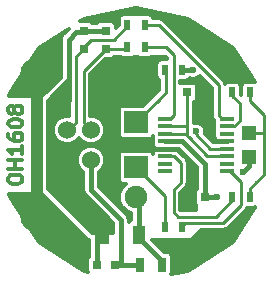
<source format=gbr>
G04 #@! TF.FileFunction,Copper,L1,Top,Signal*
%FSLAX46Y46*%
G04 Gerber Fmt 4.6, Leading zero omitted, Abs format (unit mm)*
G04 Created by KiCad (PCBNEW (2015-09-22 BZR 6208)-product) date 29.8.2016 15:05:32*
%MOMM*%
G01*
G04 APERTURE LIST*
%ADD10C,0.100000*%
%ADD11C,0.300000*%
%ADD12R,1.000000X1.600000*%
%ADD13R,1.198880X1.198880*%
%ADD14R,1.200000X0.400000*%
%ADD15R,0.700000X1.300000*%
%ADD16C,1.524000*%
%ADD17C,2.700020*%
%ADD18R,2.000000X1.900000*%
%ADD19C,1.900000*%
%ADD20R,0.800000X0.750000*%
%ADD21R,0.750000X0.800000*%
%ADD22R,0.500000X0.900000*%
%ADD23C,0.600000*%
%ADD24C,0.400000*%
%ADD25C,0.250000*%
G04 APERTURE END LIST*
D10*
D11*
X122532857Y-108438571D02*
X122532857Y-108210000D01*
X122590000Y-108095714D01*
X122704286Y-107981428D01*
X122932857Y-107924286D01*
X123332857Y-107924286D01*
X123561429Y-107981428D01*
X123675714Y-108095714D01*
X123732857Y-108210000D01*
X123732857Y-108438571D01*
X123675714Y-108552857D01*
X123561429Y-108667143D01*
X123332857Y-108724286D01*
X122932857Y-108724286D01*
X122704286Y-108667143D01*
X122590000Y-108552857D01*
X122532857Y-108438571D01*
X123732857Y-107410000D02*
X122532857Y-107410000D01*
X123104286Y-107410000D02*
X123104286Y-106724285D01*
X123732857Y-106724285D02*
X122532857Y-106724285D01*
X123732857Y-105524285D02*
X123732857Y-106210000D01*
X123732857Y-105867142D02*
X122532857Y-105867142D01*
X122704286Y-105981428D01*
X122818571Y-106095714D01*
X122875714Y-106210000D01*
X122532857Y-104495714D02*
X122532857Y-104724285D01*
X122590000Y-104838571D01*
X122647143Y-104895714D01*
X122818571Y-105010000D01*
X123047143Y-105067143D01*
X123504286Y-105067143D01*
X123618571Y-105010000D01*
X123675714Y-104952857D01*
X123732857Y-104838571D01*
X123732857Y-104610000D01*
X123675714Y-104495714D01*
X123618571Y-104438571D01*
X123504286Y-104381428D01*
X123218571Y-104381428D01*
X123104286Y-104438571D01*
X123047143Y-104495714D01*
X122990000Y-104610000D01*
X122990000Y-104838571D01*
X123047143Y-104952857D01*
X123104286Y-105010000D01*
X123218571Y-105067143D01*
X122532857Y-103638571D02*
X122532857Y-103524286D01*
X122590000Y-103410000D01*
X122647143Y-103352857D01*
X122761429Y-103295714D01*
X122990000Y-103238571D01*
X123275714Y-103238571D01*
X123504286Y-103295714D01*
X123618571Y-103352857D01*
X123675714Y-103410000D01*
X123732857Y-103524286D01*
X123732857Y-103638571D01*
X123675714Y-103752857D01*
X123618571Y-103810000D01*
X123504286Y-103867143D01*
X123275714Y-103924286D01*
X122990000Y-103924286D01*
X122761429Y-103867143D01*
X122647143Y-103810000D01*
X122590000Y-103752857D01*
X122532857Y-103638571D01*
X123047143Y-102552857D02*
X122990000Y-102667143D01*
X122932857Y-102724286D01*
X122818571Y-102781429D01*
X122761429Y-102781429D01*
X122647143Y-102724286D01*
X122590000Y-102667143D01*
X122532857Y-102552857D01*
X122532857Y-102324286D01*
X122590000Y-102210000D01*
X122647143Y-102152857D01*
X122761429Y-102095714D01*
X122818571Y-102095714D01*
X122932857Y-102152857D01*
X122990000Y-102210000D01*
X123047143Y-102324286D01*
X123047143Y-102552857D01*
X123104286Y-102667143D01*
X123161429Y-102724286D01*
X123275714Y-102781429D01*
X123504286Y-102781429D01*
X123618571Y-102724286D01*
X123675714Y-102667143D01*
X123732857Y-102552857D01*
X123732857Y-102324286D01*
X123675714Y-102210000D01*
X123618571Y-102152857D01*
X123504286Y-102095714D01*
X123275714Y-102095714D01*
X123161429Y-102152857D01*
X123104286Y-102210000D01*
X123047143Y-102324286D01*
D12*
X133580000Y-113030000D03*
X130580000Y-113030000D03*
D13*
X142875000Y-106459020D03*
X142875000Y-104360980D03*
D14*
X141030000Y-107632500D03*
X141030000Y-106997500D03*
X141030000Y-106362500D03*
X141030000Y-105727500D03*
X141030000Y-105092500D03*
X141030000Y-104457500D03*
X141030000Y-103822500D03*
X141030000Y-103187500D03*
X135830000Y-103187500D03*
X135830000Y-103822500D03*
X135830000Y-104457500D03*
X135830000Y-105092500D03*
X135830000Y-105727500D03*
X135830000Y-106362500D03*
X135830000Y-106997500D03*
X135830000Y-107632500D03*
D15*
X135570000Y-115570000D03*
X133670000Y-115570000D03*
D16*
X129540000Y-104140000D03*
X129540000Y-106680000D03*
X127541020Y-106680000D03*
X127541020Y-104140000D03*
D17*
X124841000Y-99410520D03*
X124841000Y-111409480D03*
D18*
X133350000Y-103505000D03*
D19*
X133350000Y-100965000D03*
D20*
X131560000Y-115570000D03*
X130060000Y-115570000D03*
X139180000Y-109855000D03*
X137680000Y-109855000D03*
D21*
X130810000Y-97270000D03*
X130810000Y-95770000D03*
X128905000Y-97270000D03*
X128905000Y-95770000D03*
D20*
X137680000Y-100965000D03*
X139180000Y-100965000D03*
D18*
X133350000Y-107315000D03*
D19*
X133350000Y-109855000D03*
D22*
X134100000Y-97155000D03*
X132600000Y-97155000D03*
X134100000Y-95250000D03*
X132600000Y-95250000D03*
X142990000Y-109855000D03*
X141490000Y-109855000D03*
X135775000Y-99060000D03*
X137275000Y-99060000D03*
X135775000Y-112395000D03*
X137275000Y-112395000D03*
X142990000Y-100965000D03*
X141490000Y-100965000D03*
D23*
X138303000Y-108458000D03*
X137287000Y-110744000D03*
X139065000Y-102870000D03*
X127381000Y-100838000D03*
X138176000Y-99060000D03*
X140208000Y-109855000D03*
X142367000Y-107696000D03*
X138430000Y-104267000D03*
X137541000Y-115316000D03*
X141224000Y-113284000D03*
X142113000Y-99568000D03*
X137033000Y-95377000D03*
D24*
X133670000Y-115570000D02*
X132080000Y-115570000D01*
X129540000Y-109220000D02*
X129540000Y-106680000D01*
X132080000Y-115570000D02*
X132080000Y-111760000D01*
X131560000Y-115570000D02*
X133670000Y-115570000D01*
X132080000Y-111760000D02*
X129540000Y-109220000D01*
X137680000Y-109855000D02*
X137680000Y-108954000D01*
X137680000Y-108954000D02*
X138176000Y-108458000D01*
X138176000Y-108458000D02*
X138303000Y-108458000D01*
X130060000Y-115570000D02*
X130060000Y-112280000D01*
X130060000Y-112280000D02*
X130580000Y-112800000D01*
X130580000Y-112800000D02*
X130580000Y-113030000D01*
X137680000Y-109855000D02*
X137680000Y-110351000D01*
X137680000Y-110351000D02*
X137287000Y-110744000D01*
X135830000Y-105727500D02*
X136842500Y-105727500D01*
X137680000Y-108954000D02*
X137680000Y-109855000D01*
X137922000Y-108712000D02*
X137680000Y-108954000D01*
X137922000Y-106807000D02*
X137922000Y-108712000D01*
X136842500Y-105727500D02*
X137922000Y-106807000D01*
X130060000Y-115570000D02*
X130060000Y-113550000D01*
X135830000Y-105727500D02*
X131127500Y-105727500D01*
X131127500Y-105727500D02*
X130810000Y-105410000D01*
X130810000Y-105410000D02*
X128811020Y-105410000D01*
X130810000Y-95770000D02*
X128905000Y-95770000D01*
X128905000Y-95770000D02*
X128790000Y-95885000D01*
X128790000Y-95885000D02*
X128270000Y-95885000D01*
X128270000Y-95885000D02*
X127635000Y-96520000D01*
X127635000Y-96520000D02*
X127635000Y-101600000D01*
X140017500Y-105092500D02*
X141030000Y-105092500D01*
X139700000Y-104775000D02*
X140017500Y-105092500D01*
X139700000Y-103505000D02*
X139700000Y-104775000D01*
X139065000Y-102870000D02*
X139700000Y-103505000D01*
X127635000Y-101600000D02*
X127635000Y-101092000D01*
X127635000Y-101092000D02*
X127381000Y-100838000D01*
X128811020Y-105410000D02*
X127541020Y-106680000D01*
X135570000Y-115570000D02*
X135570000Y-115250000D01*
X135570000Y-115250000D02*
X133580000Y-113260000D01*
X133580000Y-113260000D02*
X133580000Y-113030000D01*
X133580000Y-113030000D02*
X133580000Y-110085000D01*
X133580000Y-110085000D02*
X133350000Y-109855000D01*
X133665000Y-113115000D02*
X133580000Y-113030000D01*
X138176000Y-99060000D02*
X137275000Y-99060000D01*
X142875000Y-106459020D02*
X142875000Y-107188000D01*
X140208000Y-109855000D02*
X139180000Y-109855000D01*
X142875000Y-107188000D02*
X142367000Y-107696000D01*
X135830000Y-105092500D02*
X137223500Y-105092500D01*
X139180000Y-107049000D02*
X139180000Y-109855000D01*
X137223500Y-105092500D02*
X139180000Y-107049000D01*
D25*
X130810000Y-97270000D02*
X132485000Y-97270000D01*
X132485000Y-97270000D02*
X132600000Y-97155000D01*
X129540000Y-104140000D02*
X128905000Y-103505000D01*
X128905000Y-99175000D02*
X130810000Y-97270000D01*
X128905000Y-103505000D02*
X128905000Y-99175000D01*
X128905000Y-97270000D02*
X128905000Y-97155000D01*
X128905000Y-97155000D02*
X129540000Y-96520000D01*
X131445000Y-96520000D02*
X132600000Y-95365000D01*
X129540000Y-96520000D02*
X131445000Y-96520000D01*
X132600000Y-95365000D02*
X132600000Y-95250000D01*
X127541020Y-104140000D02*
X127635000Y-104140000D01*
X127635000Y-104140000D02*
X128270000Y-103505000D01*
X128270000Y-103505000D02*
X128270000Y-97905000D01*
X128270000Y-97905000D02*
X128905000Y-97270000D01*
X135830000Y-104457500D02*
X137680000Y-104457500D01*
X137680000Y-104457500D02*
X137680000Y-100965000D01*
X135830000Y-103822500D02*
X137680000Y-103822500D01*
X137680000Y-103822500D02*
X137680000Y-100965000D01*
X135830000Y-104457500D02*
X137477500Y-104457500D01*
X137477500Y-104457500D02*
X137795000Y-104775000D01*
X137680000Y-100965000D02*
X137680000Y-104660000D01*
X137680000Y-104660000D02*
X137795000Y-104775000D01*
X139382500Y-106362500D02*
X141030000Y-106362500D01*
X137795000Y-104775000D02*
X139382500Y-106362500D01*
X142875000Y-104360980D02*
X144145000Y-104360980D01*
X144145000Y-104360980D02*
X144145000Y-104140000D01*
X142990000Y-109855000D02*
X142990000Y-109105000D01*
X142990000Y-101715000D02*
X144145000Y-102870000D01*
X144145000Y-102870000D02*
X144145000Y-104140000D01*
X144145000Y-104140000D02*
X144145000Y-106680000D01*
X144145000Y-106680000D02*
X144145000Y-107950000D01*
X144145000Y-107950000D02*
X143510000Y-108585000D01*
X142990000Y-101715000D02*
X142990000Y-100965000D01*
X142990000Y-109105000D02*
X143510000Y-108585000D01*
X135775000Y-112395000D02*
X135775000Y-109740000D01*
X135255000Y-109220000D02*
X133350000Y-107315000D01*
X135775000Y-109740000D02*
X135255000Y-109220000D01*
X137275000Y-112395000D02*
X137275000Y-112280000D01*
X137275000Y-112280000D02*
X137541000Y-112014000D01*
X142240000Y-108585000D02*
X142240000Y-110490000D01*
X141287500Y-107632500D02*
X142240000Y-108585000D01*
X140716000Y-112014000D02*
X142240000Y-110490000D01*
X137541000Y-112014000D02*
X140716000Y-112014000D01*
X141030000Y-107632500D02*
X141287500Y-107632500D01*
X141030000Y-105727500D02*
X139636500Y-105727500D01*
X138430000Y-104521000D02*
X138430000Y-104267000D01*
X139636500Y-105727500D02*
X138430000Y-104521000D01*
X133350000Y-103505000D02*
X135255000Y-101600000D01*
X135890000Y-100965000D02*
X135890000Y-99175000D01*
X135255000Y-101600000D02*
X135890000Y-100965000D01*
X135890000Y-99175000D02*
X135775000Y-99060000D01*
X141030000Y-103822500D02*
X141668500Y-103822500D01*
X142113000Y-101854000D02*
X141490000Y-101231000D01*
X142113000Y-103378000D02*
X142113000Y-101854000D01*
X141668500Y-103822500D02*
X142113000Y-103378000D01*
X141490000Y-101231000D02*
X141490000Y-100965000D01*
X141030000Y-103187500D02*
X140652500Y-103187500D01*
X140652500Y-103187500D02*
X140335000Y-102870000D01*
X135255000Y-95250000D02*
X134100000Y-95250000D01*
X140335000Y-100330000D02*
X135255000Y-95250000D01*
X140335000Y-102870000D02*
X140335000Y-100330000D01*
X135830000Y-103187500D02*
X136207500Y-103187500D01*
X136207500Y-103187500D02*
X136525000Y-102870000D01*
X136525000Y-102870000D02*
X136525000Y-102235000D01*
X134100000Y-97155000D02*
X135890000Y-97155000D01*
X136525000Y-97790000D02*
X136525000Y-102235000D01*
X135890000Y-97155000D02*
X136525000Y-97790000D01*
X141490000Y-109855000D02*
X141490000Y-110097000D01*
X141490000Y-110097000D02*
X140081000Y-111506000D01*
X137160000Y-106934000D02*
X136588500Y-106362500D01*
X136588500Y-106362500D02*
X135830000Y-106362500D01*
X136525000Y-109220000D02*
X136525000Y-110490000D01*
X137160000Y-108585000D02*
X136525000Y-109220000D01*
X137160000Y-108585000D02*
X137160000Y-106934000D01*
X136525000Y-111125000D02*
X136525000Y-110490000D01*
X136906000Y-111506000D02*
X136525000Y-111125000D01*
X140081000Y-111506000D02*
X136906000Y-111506000D01*
X141490000Y-109970000D02*
X141490000Y-109855000D01*
D24*
X137541000Y-115316000D02*
X139573000Y-113284000D01*
X139573000Y-113284000D02*
X141224000Y-113284000D01*
X142113000Y-99568000D02*
X137922000Y-95377000D01*
X137922000Y-95377000D02*
X137033000Y-95377000D01*
D11*
G36*
X132171495Y-98027668D02*
X132350000Y-98063816D01*
X132850000Y-98063816D01*
X133016760Y-98032438D01*
X133160413Y-97940000D01*
X133543189Y-97940000D01*
X133671495Y-98027668D01*
X133850000Y-98063816D01*
X134350000Y-98063816D01*
X134516760Y-98032438D01*
X134660413Y-97940000D01*
X135861827Y-97940000D01*
X135950000Y-98028173D01*
X135950000Y-98151184D01*
X135525000Y-98151184D01*
X135358240Y-98182562D01*
X135205081Y-98281117D01*
X135102332Y-98431495D01*
X135066184Y-98610000D01*
X135066184Y-99510000D01*
X135097562Y-99676760D01*
X135196117Y-99829919D01*
X135315000Y-99911148D01*
X135315000Y-100726827D01*
X134848417Y-101193411D01*
X134848414Y-101193413D01*
X133945643Y-102096184D01*
X132350000Y-102096184D01*
X132183240Y-102127562D01*
X132030081Y-102226117D01*
X131927332Y-102376495D01*
X131891184Y-102555000D01*
X131891184Y-104455000D01*
X131922562Y-104621760D01*
X132021117Y-104774919D01*
X132171495Y-104877668D01*
X132350000Y-104913816D01*
X134350000Y-104913816D01*
X134516760Y-104882438D01*
X134669919Y-104783883D01*
X134771184Y-104635677D01*
X134771184Y-104657500D01*
X134794105Y-104779313D01*
X134771184Y-104892500D01*
X134771184Y-105292500D01*
X134802562Y-105459260D01*
X134901117Y-105612419D01*
X135051495Y-105715168D01*
X135108075Y-105726626D01*
X135063240Y-105735062D01*
X134910081Y-105833617D01*
X134807332Y-105983995D01*
X134771184Y-106162500D01*
X134771184Y-106188521D01*
X134678883Y-106045081D01*
X134528505Y-105942332D01*
X134350000Y-105906184D01*
X132350000Y-105906184D01*
X132183240Y-105937562D01*
X132030081Y-106036117D01*
X131927332Y-106186495D01*
X131891184Y-106365000D01*
X131891184Y-108265000D01*
X131922562Y-108431760D01*
X132021117Y-108584919D01*
X132171495Y-108687668D01*
X132350000Y-108723816D01*
X132501531Y-108723816D01*
X132163830Y-109060928D01*
X131950243Y-109575301D01*
X131949757Y-110132256D01*
X132162445Y-110647000D01*
X132555928Y-111041170D01*
X132930000Y-111196499D01*
X132930000Y-111799408D01*
X132913240Y-111802562D01*
X132760081Y-111901117D01*
X132730000Y-111945142D01*
X132730000Y-111760000D01*
X132680522Y-111511256D01*
X132632242Y-111439000D01*
X132539619Y-111300380D01*
X130190000Y-108950762D01*
X130190000Y-107722811D01*
X130225646Y-107708082D01*
X130566884Y-107367439D01*
X130751789Y-106922139D01*
X130752209Y-106439976D01*
X130568082Y-105994354D01*
X130227439Y-105653116D01*
X129782139Y-105468211D01*
X129299976Y-105467791D01*
X128854354Y-105651918D01*
X128513116Y-105992561D01*
X128328211Y-106437861D01*
X128327791Y-106920024D01*
X128511918Y-107365646D01*
X128852561Y-107706884D01*
X128890000Y-107722430D01*
X128890000Y-109220000D01*
X128924885Y-109395381D01*
X128939478Y-109468745D01*
X129080381Y-109679619D01*
X131430000Y-112029239D01*
X131430000Y-112880000D01*
X129602132Y-112880000D01*
X125880000Y-109157868D01*
X125880000Y-101662132D01*
X127695000Y-99847132D01*
X127695000Y-102928134D01*
X127300996Y-102927791D01*
X126855374Y-103111918D01*
X126514136Y-103452561D01*
X126329231Y-103897861D01*
X126328811Y-104380024D01*
X126512938Y-104825646D01*
X126853581Y-105166884D01*
X127298881Y-105351789D01*
X127781044Y-105352209D01*
X128226666Y-105168082D01*
X128540759Y-104854537D01*
X128852561Y-105166884D01*
X129297861Y-105351789D01*
X129780024Y-105352209D01*
X130225646Y-105168082D01*
X130566884Y-104827439D01*
X130751789Y-104382139D01*
X130752209Y-103899976D01*
X130568082Y-103454354D01*
X130227439Y-103113116D01*
X129782139Y-102928211D01*
X129480000Y-102927948D01*
X129480000Y-99413172D01*
X130764357Y-98128816D01*
X131185000Y-98128816D01*
X131351760Y-98097438D01*
X131504919Y-97998883D01*
X131545152Y-97940000D01*
X132043189Y-97940000D01*
X132171495Y-98027668D01*
X132171495Y-98027668D01*
G37*
X132171495Y-98027668D02*
X132350000Y-98063816D01*
X132850000Y-98063816D01*
X133016760Y-98032438D01*
X133160413Y-97940000D01*
X133543189Y-97940000D01*
X133671495Y-98027668D01*
X133850000Y-98063816D01*
X134350000Y-98063816D01*
X134516760Y-98032438D01*
X134660413Y-97940000D01*
X135861827Y-97940000D01*
X135950000Y-98028173D01*
X135950000Y-98151184D01*
X135525000Y-98151184D01*
X135358240Y-98182562D01*
X135205081Y-98281117D01*
X135102332Y-98431495D01*
X135066184Y-98610000D01*
X135066184Y-99510000D01*
X135097562Y-99676760D01*
X135196117Y-99829919D01*
X135315000Y-99911148D01*
X135315000Y-100726827D01*
X134848417Y-101193411D01*
X134848414Y-101193413D01*
X133945643Y-102096184D01*
X132350000Y-102096184D01*
X132183240Y-102127562D01*
X132030081Y-102226117D01*
X131927332Y-102376495D01*
X131891184Y-102555000D01*
X131891184Y-104455000D01*
X131922562Y-104621760D01*
X132021117Y-104774919D01*
X132171495Y-104877668D01*
X132350000Y-104913816D01*
X134350000Y-104913816D01*
X134516760Y-104882438D01*
X134669919Y-104783883D01*
X134771184Y-104635677D01*
X134771184Y-104657500D01*
X134794105Y-104779313D01*
X134771184Y-104892500D01*
X134771184Y-105292500D01*
X134802562Y-105459260D01*
X134901117Y-105612419D01*
X135051495Y-105715168D01*
X135108075Y-105726626D01*
X135063240Y-105735062D01*
X134910081Y-105833617D01*
X134807332Y-105983995D01*
X134771184Y-106162500D01*
X134771184Y-106188521D01*
X134678883Y-106045081D01*
X134528505Y-105942332D01*
X134350000Y-105906184D01*
X132350000Y-105906184D01*
X132183240Y-105937562D01*
X132030081Y-106036117D01*
X131927332Y-106186495D01*
X131891184Y-106365000D01*
X131891184Y-108265000D01*
X131922562Y-108431760D01*
X132021117Y-108584919D01*
X132171495Y-108687668D01*
X132350000Y-108723816D01*
X132501531Y-108723816D01*
X132163830Y-109060928D01*
X131950243Y-109575301D01*
X131949757Y-110132256D01*
X132162445Y-110647000D01*
X132555928Y-111041170D01*
X132930000Y-111196499D01*
X132930000Y-111799408D01*
X132913240Y-111802562D01*
X132760081Y-111901117D01*
X132730000Y-111945142D01*
X132730000Y-111760000D01*
X132680522Y-111511256D01*
X132632242Y-111439000D01*
X132539619Y-111300380D01*
X130190000Y-108950762D01*
X130190000Y-107722811D01*
X130225646Y-107708082D01*
X130566884Y-107367439D01*
X130751789Y-106922139D01*
X130752209Y-106439976D01*
X130568082Y-105994354D01*
X130227439Y-105653116D01*
X129782139Y-105468211D01*
X129299976Y-105467791D01*
X128854354Y-105651918D01*
X128513116Y-105992561D01*
X128328211Y-106437861D01*
X128327791Y-106920024D01*
X128511918Y-107365646D01*
X128852561Y-107706884D01*
X128890000Y-107722430D01*
X128890000Y-109220000D01*
X128924885Y-109395381D01*
X128939478Y-109468745D01*
X129080381Y-109679619D01*
X131430000Y-112029239D01*
X131430000Y-112880000D01*
X129602132Y-112880000D01*
X125880000Y-109157868D01*
X125880000Y-101662132D01*
X127695000Y-99847132D01*
X127695000Y-102928134D01*
X127300996Y-102927791D01*
X126855374Y-103111918D01*
X126514136Y-103452561D01*
X126329231Y-103897861D01*
X126328811Y-104380024D01*
X126512938Y-104825646D01*
X126853581Y-105166884D01*
X127298881Y-105351789D01*
X127781044Y-105352209D01*
X128226666Y-105168082D01*
X128540759Y-104854537D01*
X128852561Y-105166884D01*
X129297861Y-105351789D01*
X129780024Y-105352209D01*
X130225646Y-105168082D01*
X130566884Y-104827439D01*
X130751789Y-104382139D01*
X130752209Y-103899976D01*
X130568082Y-103454354D01*
X130227439Y-103113116D01*
X129782139Y-102928211D01*
X129480000Y-102927948D01*
X129480000Y-99413172D01*
X130764357Y-98128816D01*
X131185000Y-98128816D01*
X131351760Y-98097438D01*
X131504919Y-97998883D01*
X131545152Y-97940000D01*
X132043189Y-97940000D01*
X132171495Y-98027668D01*
G36*
X138530000Y-107318239D02*
X138530000Y-109106125D01*
X138460081Y-109151117D01*
X138357332Y-109301495D01*
X138321184Y-109480000D01*
X138321184Y-110230000D01*
X138352562Y-110396760D01*
X138407000Y-110481359D01*
X138407000Y-110931000D01*
X137144173Y-110931000D01*
X137100000Y-110886828D01*
X137100000Y-109458172D01*
X137566587Y-108991586D01*
X137691231Y-108805043D01*
X137735000Y-108585000D01*
X137735000Y-106934000D01*
X137691231Y-106713957D01*
X137566586Y-106527414D01*
X136995086Y-105955914D01*
X136808543Y-105831269D01*
X136715135Y-105812689D01*
X136612410Y-105742500D01*
X136954262Y-105742500D01*
X138530000Y-107318239D01*
X138530000Y-107318239D01*
G37*
X138530000Y-107318239D02*
X138530000Y-109106125D01*
X138460081Y-109151117D01*
X138357332Y-109301495D01*
X138321184Y-109480000D01*
X138321184Y-110230000D01*
X138352562Y-110396760D01*
X138407000Y-110481359D01*
X138407000Y-110931000D01*
X137144173Y-110931000D01*
X137100000Y-110886828D01*
X137100000Y-109458172D01*
X137566587Y-108991586D01*
X137691231Y-108805043D01*
X137735000Y-108585000D01*
X137735000Y-106934000D01*
X137691231Y-106713957D01*
X137566586Y-106527414D01*
X136995086Y-105955914D01*
X136808543Y-105831269D01*
X136715135Y-105812689D01*
X136612410Y-105742500D01*
X136954262Y-105742500D01*
X138530000Y-107318239D01*
G36*
X139760000Y-100568172D02*
X139760000Y-102870000D01*
X139803769Y-103090043D01*
X139928414Y-103276586D01*
X139971184Y-103319356D01*
X139971184Y-103387500D01*
X139994105Y-103509313D01*
X139971184Y-103622500D01*
X139971184Y-104022500D01*
X139994105Y-104144313D01*
X139971184Y-104257500D01*
X139971184Y-104657500D01*
X140002562Y-104824260D01*
X140101117Y-104977419D01*
X140251495Y-105080168D01*
X140308075Y-105091626D01*
X140263240Y-105100062D01*
X140181749Y-105152500D01*
X139874673Y-105152500D01*
X139167881Y-104445709D01*
X139179869Y-104416839D01*
X139180130Y-104118470D01*
X139066189Y-103842714D01*
X138855395Y-103631552D01*
X138579839Y-103517131D01*
X138281470Y-103516870D01*
X138255000Y-103527807D01*
X138255000Y-101762136D01*
X138399919Y-101668883D01*
X138502668Y-101518505D01*
X138538816Y-101340000D01*
X138538816Y-100590000D01*
X138507438Y-100423240D01*
X138408883Y-100270081D01*
X138258505Y-100167332D01*
X138080000Y-100131184D01*
X137280000Y-100131184D01*
X137113240Y-100162562D01*
X137100000Y-100171082D01*
X137100000Y-99968816D01*
X137525000Y-99968816D01*
X137691760Y-99937438D01*
X137844919Y-99838883D01*
X137900419Y-99757656D01*
X138026161Y-99809869D01*
X138324530Y-99810130D01*
X138600286Y-99696189D01*
X138744277Y-99552449D01*
X139760000Y-100568172D01*
X139760000Y-100568172D01*
G37*
X139760000Y-100568172D02*
X139760000Y-102870000D01*
X139803769Y-103090043D01*
X139928414Y-103276586D01*
X139971184Y-103319356D01*
X139971184Y-103387500D01*
X139994105Y-103509313D01*
X139971184Y-103622500D01*
X139971184Y-104022500D01*
X139994105Y-104144313D01*
X139971184Y-104257500D01*
X139971184Y-104657500D01*
X140002562Y-104824260D01*
X140101117Y-104977419D01*
X140251495Y-105080168D01*
X140308075Y-105091626D01*
X140263240Y-105100062D01*
X140181749Y-105152500D01*
X139874673Y-105152500D01*
X139167881Y-104445709D01*
X139179869Y-104416839D01*
X139180130Y-104118470D01*
X139066189Y-103842714D01*
X138855395Y-103631552D01*
X138579839Y-103517131D01*
X138281470Y-103516870D01*
X138255000Y-103527807D01*
X138255000Y-101762136D01*
X138399919Y-101668883D01*
X138502668Y-101518505D01*
X138538816Y-101340000D01*
X138538816Y-100590000D01*
X138507438Y-100423240D01*
X138408883Y-100270081D01*
X138258505Y-100167332D01*
X138080000Y-100131184D01*
X137280000Y-100131184D01*
X137113240Y-100162562D01*
X137100000Y-100171082D01*
X137100000Y-99968816D01*
X137525000Y-99968816D01*
X137691760Y-99937438D01*
X137844919Y-99838883D01*
X137900419Y-99757656D01*
X138026161Y-99809869D01*
X138324530Y-99810130D01*
X138600286Y-99696189D01*
X138744277Y-99552449D01*
X139760000Y-100568172D01*
G36*
X141527690Y-113587690D02*
X137775734Y-116094667D01*
X136346631Y-116378933D01*
X136378816Y-116220000D01*
X136378816Y-114920000D01*
X136347438Y-114753240D01*
X136248883Y-114600081D01*
X136098505Y-114497332D01*
X135920000Y-114461184D01*
X135700422Y-114461184D01*
X134719238Y-113480000D01*
X137795000Y-113480000D01*
X137964332Y-113446925D01*
X138113198Y-113348198D01*
X138872396Y-112589000D01*
X140716000Y-112589000D01*
X140936043Y-112545231D01*
X141122586Y-112420586D01*
X142646586Y-110896587D01*
X142735861Y-110762978D01*
X142740000Y-110763816D01*
X143240000Y-110763816D01*
X143406760Y-110732438D01*
X143457192Y-110699986D01*
X141527690Y-113587690D01*
X141527690Y-113587690D01*
G37*
X141527690Y-113587690D02*
X137775734Y-116094667D01*
X136346631Y-116378933D01*
X136378816Y-116220000D01*
X136378816Y-114920000D01*
X136347438Y-114753240D01*
X136248883Y-114600081D01*
X136098505Y-114497332D01*
X135920000Y-114461184D01*
X135700422Y-114461184D01*
X134719238Y-113480000D01*
X137795000Y-113480000D01*
X137964332Y-113446925D01*
X138113198Y-113348198D01*
X138872396Y-112589000D01*
X140716000Y-112589000D01*
X140936043Y-112545231D01*
X141122586Y-112420586D01*
X142646586Y-110896587D01*
X142735861Y-110762978D01*
X142740000Y-110763816D01*
X143240000Y-110763816D01*
X143406760Y-110732438D01*
X143457192Y-110699986D01*
X141527690Y-113587690D01*
G36*
X127175381Y-96060381D02*
X127034478Y-96271255D01*
X127032275Y-96282332D01*
X126985000Y-96520000D01*
X126985000Y-99708604D01*
X125411802Y-101281802D01*
X125315454Y-101424925D01*
X125280000Y-101600000D01*
X125280000Y-109220000D01*
X125313075Y-109389332D01*
X125411802Y-109538198D01*
X129221802Y-113348198D01*
X129364925Y-113444546D01*
X129410000Y-113453674D01*
X129410000Y-114821125D01*
X129340081Y-114866117D01*
X129237332Y-115016495D01*
X129201184Y-115195000D01*
X129201184Y-115945000D01*
X129232562Y-116111760D01*
X129265201Y-116162483D01*
X128924266Y-116094667D01*
X125172310Y-113587690D01*
X122665333Y-109835734D01*
X122609065Y-109552857D01*
X124630000Y-109552857D01*
X124630000Y-101267143D01*
X122609065Y-101267143D01*
X122665333Y-100984266D01*
X125172310Y-97232310D01*
X127677095Y-95558666D01*
X127175381Y-96060381D01*
X127175381Y-96060381D01*
G37*
X127175381Y-96060381D02*
X127034478Y-96271255D01*
X127032275Y-96282332D01*
X126985000Y-96520000D01*
X126985000Y-99708604D01*
X125411802Y-101281802D01*
X125315454Y-101424925D01*
X125280000Y-101600000D01*
X125280000Y-109220000D01*
X125313075Y-109389332D01*
X125411802Y-109538198D01*
X129221802Y-113348198D01*
X129364925Y-113444546D01*
X129410000Y-113453674D01*
X129410000Y-114821125D01*
X129340081Y-114866117D01*
X129237332Y-115016495D01*
X129201184Y-115195000D01*
X129201184Y-115945000D01*
X129232562Y-116111760D01*
X129265201Y-116162483D01*
X128924266Y-116094667D01*
X125172310Y-113587690D01*
X122665333Y-109835734D01*
X122609065Y-109552857D01*
X124630000Y-109552857D01*
X124630000Y-101267143D01*
X122609065Y-101267143D01*
X122665333Y-100984266D01*
X125172310Y-97232310D01*
X127677095Y-95558666D01*
X127175381Y-96060381D01*
G36*
X137775734Y-94725333D02*
X141527690Y-97232310D01*
X143455658Y-100117717D01*
X143418505Y-100092332D01*
X143240000Y-100056184D01*
X142740000Y-100056184D01*
X142573240Y-100087562D01*
X142420081Y-100186117D01*
X142317332Y-100336495D01*
X142281184Y-100515000D01*
X142281184Y-101209012D01*
X142198816Y-101126644D01*
X142198816Y-100515000D01*
X142167438Y-100348240D01*
X142068883Y-100195081D01*
X141918505Y-100092332D01*
X141740000Y-100056184D01*
X141240000Y-100056184D01*
X141073240Y-100087562D01*
X140920081Y-100186117D01*
X140890106Y-100229987D01*
X140866231Y-100109957D01*
X140741586Y-99923414D01*
X135661586Y-94843414D01*
X135475043Y-94718769D01*
X135255000Y-94675000D01*
X134785296Y-94675000D01*
X134777438Y-94633240D01*
X134678883Y-94480081D01*
X134528505Y-94377332D01*
X134350000Y-94341184D01*
X133873723Y-94341184D01*
X133858000Y-94338000D01*
X132842000Y-94338000D01*
X132825078Y-94341184D01*
X132350000Y-94341184D01*
X132183240Y-94372562D01*
X132030081Y-94471117D01*
X131927332Y-94621495D01*
X131891184Y-94800000D01*
X131891184Y-95260643D01*
X131643816Y-95508011D01*
X131643816Y-95370000D01*
X131612438Y-95203240D01*
X131513883Y-95050081D01*
X131363505Y-94947332D01*
X131185000Y-94911184D01*
X130435000Y-94911184D01*
X130268240Y-94942562D01*
X130115081Y-95041117D01*
X130061182Y-95120000D01*
X129653875Y-95120000D01*
X129608883Y-95050081D01*
X129458505Y-94947332D01*
X129280000Y-94911184D01*
X128646120Y-94911184D01*
X128924266Y-94725333D01*
X133350000Y-93845000D01*
X137775734Y-94725333D01*
X137775734Y-94725333D01*
G37*
X137775734Y-94725333D02*
X141527690Y-97232310D01*
X143455658Y-100117717D01*
X143418505Y-100092332D01*
X143240000Y-100056184D01*
X142740000Y-100056184D01*
X142573240Y-100087562D01*
X142420081Y-100186117D01*
X142317332Y-100336495D01*
X142281184Y-100515000D01*
X142281184Y-101209012D01*
X142198816Y-101126644D01*
X142198816Y-100515000D01*
X142167438Y-100348240D01*
X142068883Y-100195081D01*
X141918505Y-100092332D01*
X141740000Y-100056184D01*
X141240000Y-100056184D01*
X141073240Y-100087562D01*
X140920081Y-100186117D01*
X140890106Y-100229987D01*
X140866231Y-100109957D01*
X140741586Y-99923414D01*
X135661586Y-94843414D01*
X135475043Y-94718769D01*
X135255000Y-94675000D01*
X134785296Y-94675000D01*
X134777438Y-94633240D01*
X134678883Y-94480081D01*
X134528505Y-94377332D01*
X134350000Y-94341184D01*
X133873723Y-94341184D01*
X133858000Y-94338000D01*
X132842000Y-94338000D01*
X132825078Y-94341184D01*
X132350000Y-94341184D01*
X132183240Y-94372562D01*
X132030081Y-94471117D01*
X131927332Y-94621495D01*
X131891184Y-94800000D01*
X131891184Y-95260643D01*
X131643816Y-95508011D01*
X131643816Y-95370000D01*
X131612438Y-95203240D01*
X131513883Y-95050081D01*
X131363505Y-94947332D01*
X131185000Y-94911184D01*
X130435000Y-94911184D01*
X130268240Y-94942562D01*
X130115081Y-95041117D01*
X130061182Y-95120000D01*
X129653875Y-95120000D01*
X129608883Y-95050081D01*
X129458505Y-94947332D01*
X129280000Y-94911184D01*
X128646120Y-94911184D01*
X128924266Y-94725333D01*
X133350000Y-93845000D01*
X137775734Y-94725333D01*
M02*

</source>
